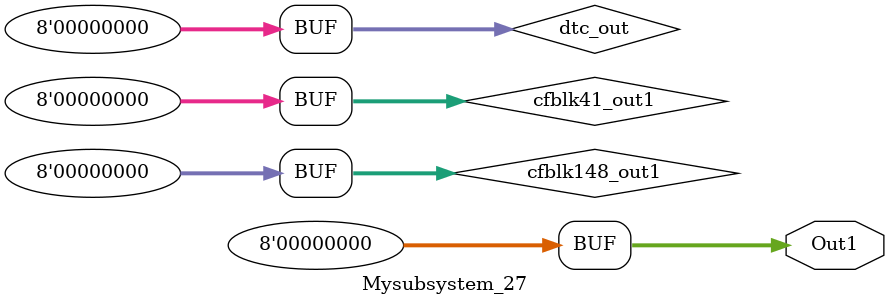
<source format=v>



`timescale 1 ns / 1 ns

module Mysubsystem_27
          (Out1);


  output  [7:0] Out1;  // uint8


  wire [7:0] cfblk148_out1;  // uint8
  wire [7:0] dtc_out;  // ufix8
  wire [7:0] cfblk41_out1;  // uint8


  assign cfblk148_out1 = 8'b00000000;



  assign dtc_out = cfblk148_out1;



  assign cfblk41_out1 = dtc_out;



  assign Out1 = cfblk41_out1;

endmodule  // Mysubsystem_27


</source>
